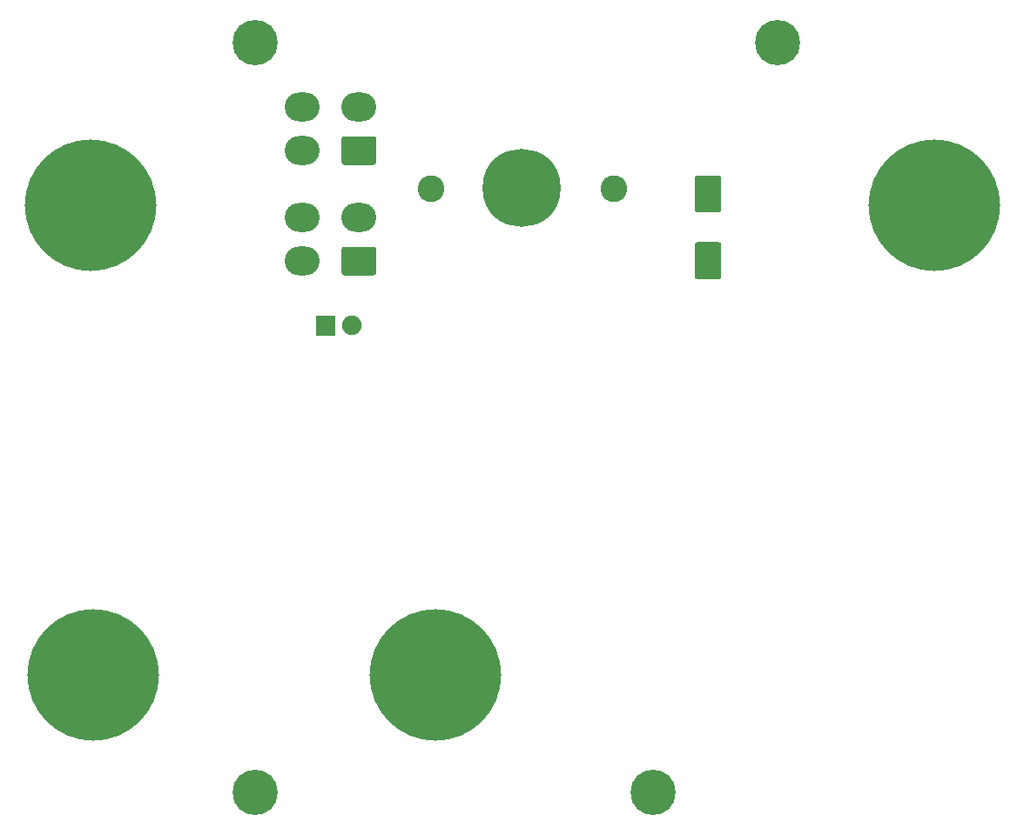
<source format=gbr>
%TF.GenerationSoftware,KiCad,Pcbnew,(5.1.9)-1*%
%TF.CreationDate,2022-08-07T13:29:13-06:00*%
%TF.ProjectId,ECS Panel PCB V2,45435320-5061-46e6-956c-205043422056,rev?*%
%TF.SameCoordinates,Original*%
%TF.FileFunction,Soldermask,Bot*%
%TF.FilePolarity,Negative*%
%FSLAX46Y46*%
G04 Gerber Fmt 4.6, Leading zero omitted, Abs format (unit mm)*
G04 Created by KiCad (PCBNEW (5.1.9)-1) date 2022-08-07 13:29:13*
%MOMM*%
%LPD*%
G01*
G04 APERTURE LIST*
%ADD10C,2.600000*%
%ADD11C,7.600000*%
%ADD12C,4.400000*%
%ADD13C,12.800000*%
%ADD14O,3.400000X2.800000*%
%ADD15C,1.900000*%
G04 APERTURE END LIST*
D10*
%TO.C,REF\u002A\u002A*%
X102235000Y-92938600D03*
%TD*%
%TO.C,REF\u002A\u002A*%
X84455000Y-92938600D03*
%TD*%
D11*
%TO.C,REF\u002A\u002A*%
X93275000Y-92850000D03*
X93275000Y-92850000D03*
%TD*%
D12*
%TO.C,REF\u002A\u002A*%
X67310000Y-151739600D03*
%TD*%
%TO.C,REF\u002A\u002A*%
X106045000Y-151739600D03*
%TD*%
%TO.C,REF\u002A\u002A*%
X118110000Y-78714600D03*
%TD*%
%TO.C,REF\u002A\u002A*%
X67310000Y-78714600D03*
%TD*%
D13*
%TO.C,REF\u002A\u002A*%
X84899499Y-140309600D03*
%TD*%
%TO.C,5*%
X51562000Y-140309600D03*
%TD*%
%TO.C,3*%
X133350000Y-94589600D03*
X133350000Y-94589600D03*
%TD*%
%TO.C,1*%
X51308000Y-94589600D03*
X51308000Y-94589600D03*
%TD*%
D14*
%TO.C,J2*%
X71936000Y-95800000D03*
X71936000Y-100000000D03*
X77436000Y-95800000D03*
G36*
G01*
X78876740Y-101400000D02*
X75995260Y-101400000D01*
G75*
G02*
X75736000Y-101140740I0J259260D01*
G01*
X75736000Y-98859260D01*
G75*
G02*
X75995260Y-98600000I259260J0D01*
G01*
X78876740Y-98600000D01*
G75*
G02*
X79136000Y-98859260I0J-259260D01*
G01*
X79136000Y-101140740D01*
G75*
G02*
X78876740Y-101400000I-259260J0D01*
G01*
G37*
%TD*%
%TO.C,J1*%
X71936000Y-85048600D03*
X71936000Y-89248600D03*
X77436000Y-85048600D03*
G36*
G01*
X78876740Y-90648600D02*
X75995260Y-90648600D01*
G75*
G02*
X75736000Y-90389340I0J259260D01*
G01*
X75736000Y-88107860D01*
G75*
G02*
X75995260Y-87848600I259260J0D01*
G01*
X78876740Y-87848600D01*
G75*
G02*
X79136000Y-88107860I0J-259260D01*
G01*
X79136000Y-90389340D01*
G75*
G02*
X78876740Y-90648600I-259260J0D01*
G01*
G37*
%TD*%
D15*
%TO.C,D1*%
X76740000Y-106300000D03*
G36*
G01*
X73250000Y-107200000D02*
X73250000Y-105400000D01*
G75*
G02*
X73300000Y-105350000I50000J0D01*
G01*
X75100000Y-105350000D01*
G75*
G02*
X75150000Y-105400000I0J-50000D01*
G01*
X75150000Y-107200000D01*
G75*
G02*
X75100000Y-107250000I-50000J0D01*
G01*
X73300000Y-107250000D01*
G75*
G02*
X73250000Y-107200000I0J50000D01*
G01*
G37*
%TD*%
%TO.C,C1*%
G36*
G01*
X112419000Y-95273000D02*
X110339000Y-95273000D01*
G75*
G02*
X110079000Y-95013000I0J260000D01*
G01*
X110079000Y-91933000D01*
G75*
G02*
X110339000Y-91673000I260000J0D01*
G01*
X112419000Y-91673000D01*
G75*
G02*
X112679000Y-91933000I0J-260000D01*
G01*
X112679000Y-95013000D01*
G75*
G02*
X112419000Y-95273000I-260000J0D01*
G01*
G37*
G36*
G01*
X112419000Y-101773000D02*
X110339000Y-101773000D01*
G75*
G02*
X110079000Y-101513000I0J260000D01*
G01*
X110079000Y-98433000D01*
G75*
G02*
X110339000Y-98173000I260000J0D01*
G01*
X112419000Y-98173000D01*
G75*
G02*
X112679000Y-98433000I0J-260000D01*
G01*
X112679000Y-101513000D01*
G75*
G02*
X112419000Y-101773000I-260000J0D01*
G01*
G37*
%TD*%
M02*

</source>
